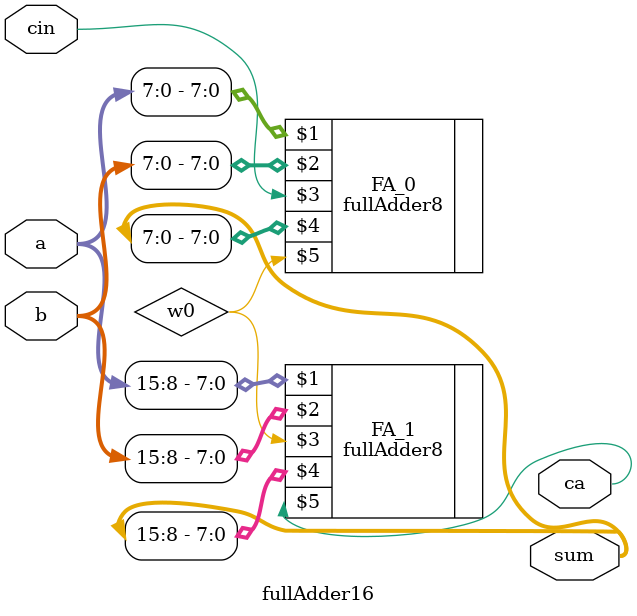
<source format=v>
module fullAdder16 (
    input [15:0]a,
    input [15:0]b,
    input cin,
    output [15:0]sum,
    output ca
);
    wire w0;

    fullAdder8 FA_0(a[7:0],b[7:0],cin,sum[7:0],w0);
    fullAdder8 FA_1(a[15:8],b[15:8],w0,sum[15:8],ca);

endmodule

</source>
